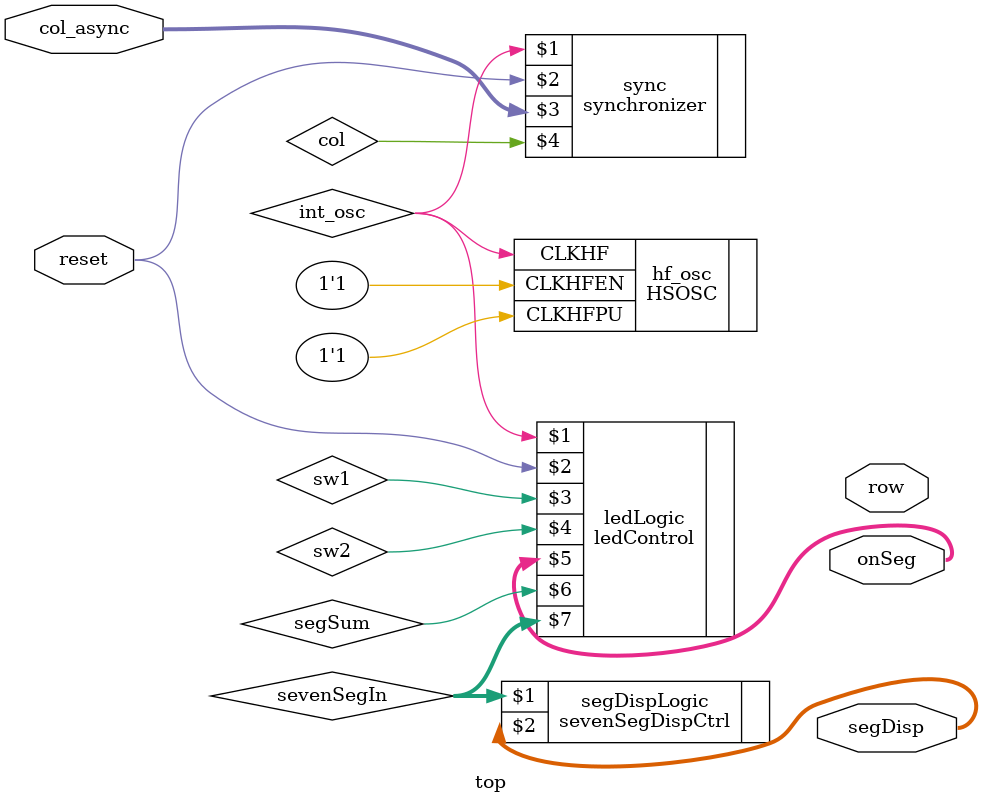
<source format=sv>


module top( 
        input logic reset,
        input logic [3:0] col_async,
        output logic [3:0] row,
        output logic [1:0] onSeg,
        output logic [6:0] segDisp);

        // Internal Logic
        logic int_osc; // oscillator clk
        logic col; // Synchronized column input
        logic [3:0] sevenSegIn; // seven-segment display input
        
        // Internal high-speed oscillator
        HSOSC hf_osc (.CLKHFPU(1'b1), .CLKHFEN(1'b1), .CLKHF(int_osc)); // 48 MHz

        // Instantiate the input Synchronizing module
        synchronizer sync(int_osc, reset, col_async, col);

        // Instantiate the LED control and time-multiplexing module
        ledControl ledLogic(int_osc, reset, sw1, sw2, onSeg, segSum, sevenSegIn);

        // Instantiate module to control 7-segment display
        sevenSegDispCtrl segDispLogic(sevenSegIn, segDisp);

endmodule

</source>
